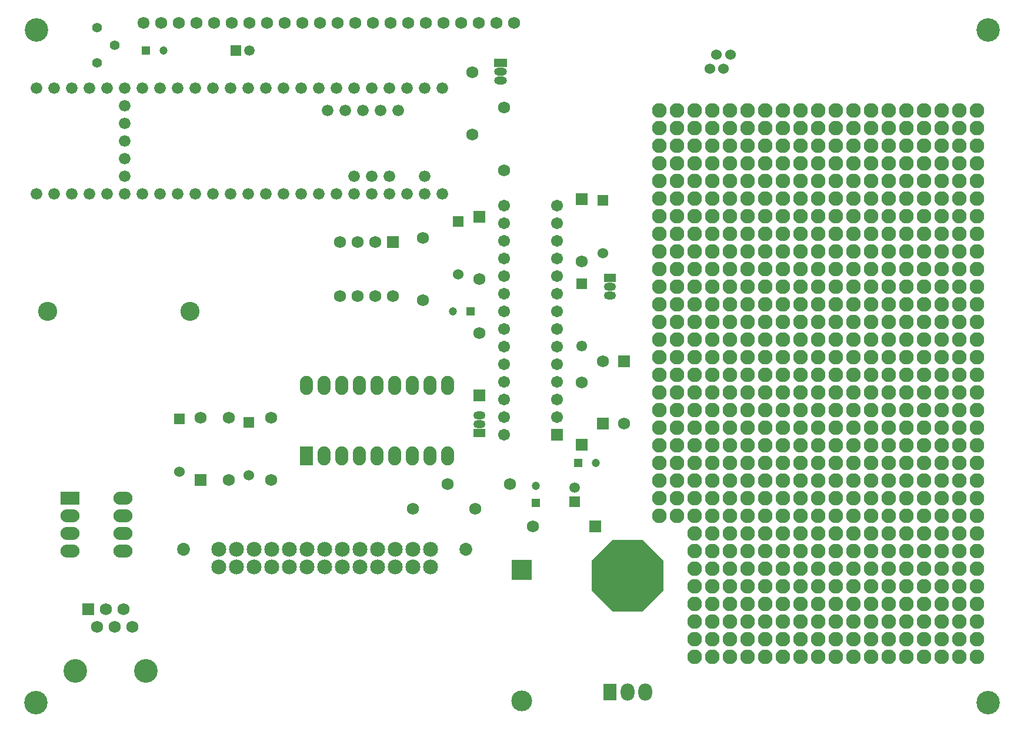
<source format=gbs>
G04*
G04 #@! TF.GenerationSoftware,Altium Limited,Altium Designer,21.6.1 (37)*
G04*
G04 Layer_Color=16711935*
%FSAX24Y24*%
%MOIN*%
G70*
G04*
G04 #@! TF.SameCoordinates,F5C88182-2F8C-44A9-A90F-F64FCCDA4292*
G04*
G04*
G04 #@! TF.FilePolarity,Negative*
G04*
G01*
G75*
%ADD22C,0.0848*%
%ADD23C,0.0730*%
%ADD24C,0.0660*%
%ADD25O,0.0674X0.0680*%
%ADD26C,0.0680*%
%ADD27C,0.1080*%
%ADD28C,0.0556*%
%ADD29C,0.0600*%
%ADD30R,0.0780X0.0980*%
%ADD31O,0.0780X0.0980*%
%ADD32C,0.0671*%
%ADD33R,0.0671X0.0671*%
%ADD34R,0.0680X0.0680*%
%ADD35C,0.1340*%
%ADD36R,0.0680X0.0680*%
%ADD37O,0.0730X0.1080*%
%ADD38R,0.0730X0.1080*%
%ADD39O,0.1080X0.0730*%
%ADD40R,0.1080X0.0730*%
%ADD41R,0.1182X0.1182*%
%ADD42C,0.1182*%
%ADD43C,0.0592*%
%ADD44R,0.0592X0.0592*%
%ADD45C,0.0472*%
%ADD46R,0.0472X0.0472*%
%ADD47R,0.0600X0.0600*%
%ADD48R,0.0680X0.0460*%
%ADD49O,0.0680X0.0460*%
%ADD50C,0.0830*%
%ADD51O,0.0730X0.0460*%
%ADD52R,0.0730X0.0460*%
%ADD53R,0.0611X0.0611*%
%ADD54C,0.0611*%
%ADD55R,0.0472X0.0472*%
%ADD56R,0.0592X0.0592*%
%ADD57P,0.4416X8X22.5*%
%ADD58C,0.1330*%
G54D22*
X015050Y013100D02*
D03*
X016050D02*
D03*
X018050D02*
D03*
X019050D02*
D03*
X020050D02*
D03*
X021050D02*
D03*
X022050D02*
D03*
X023050D02*
D03*
X024050D02*
D03*
X025050D02*
D03*
X026050D02*
D03*
X027050D02*
D03*
X015050Y012100D02*
D03*
X016050D02*
D03*
X017050D02*
D03*
X018050D02*
D03*
X019050D02*
D03*
X020050D02*
D03*
X021050D02*
D03*
X022050D02*
D03*
X023050D02*
D03*
X024050D02*
D03*
X025050D02*
D03*
X026050D02*
D03*
X027050D02*
D03*
X017050Y013100D02*
D03*
G54D23*
X013050D02*
D03*
X029050D02*
D03*
G54D24*
X021200Y038000D02*
D03*
X022200D02*
D03*
X023200D02*
D03*
X024200D02*
D03*
X025200D02*
D03*
X022700Y034250D02*
D03*
X023700D02*
D03*
X024700D02*
D03*
X026700D02*
D03*
X009700D02*
D03*
Y037250D02*
D03*
Y035250D02*
D03*
Y036250D02*
D03*
Y038250D02*
D03*
X012700Y033250D02*
D03*
X011700D02*
D03*
X010700D02*
D03*
X009700D02*
D03*
X008700D02*
D03*
X007700D02*
D03*
X006700D02*
D03*
X005700D02*
D03*
X004700D02*
D03*
Y039250D02*
D03*
X005700D02*
D03*
X006700D02*
D03*
X007700D02*
D03*
X008700D02*
D03*
X009700D02*
D03*
X010700D02*
D03*
X011700D02*
D03*
X012700D02*
D03*
X013700Y033250D02*
D03*
Y039250D02*
D03*
X027700Y033250D02*
D03*
Y039250D02*
D03*
X026700Y033250D02*
D03*
X025700D02*
D03*
X026700Y039250D02*
D03*
X024700Y033250D02*
D03*
X023700D02*
D03*
X022700D02*
D03*
X021700D02*
D03*
X020700D02*
D03*
X019700D02*
D03*
X018700D02*
D03*
X017700D02*
D03*
X016700D02*
D03*
X015700D02*
D03*
X014700D02*
D03*
Y039250D02*
D03*
X015700D02*
D03*
X016700D02*
D03*
X017700D02*
D03*
X018700D02*
D03*
X019700D02*
D03*
X020700D02*
D03*
X021700D02*
D03*
X022700D02*
D03*
X023700D02*
D03*
X024700D02*
D03*
X025700D02*
D03*
G54D25*
X010787Y042945D02*
D03*
G54D26*
X011787D02*
D03*
X012787D02*
D03*
X013787D02*
D03*
X014787D02*
D03*
X015787D02*
D03*
X016787D02*
D03*
X017787D02*
D03*
X018787D02*
D03*
X019787D02*
D03*
X020787D02*
D03*
X021787D02*
D03*
X022787D02*
D03*
X023787D02*
D03*
X024787D02*
D03*
X025787D02*
D03*
X026787D02*
D03*
X027787D02*
D03*
X028787D02*
D03*
X029787D02*
D03*
X030787D02*
D03*
X031787D02*
D03*
X024900Y027463D02*
D03*
X023900D02*
D03*
X022900D02*
D03*
X021900D02*
D03*
Y030537D02*
D03*
X022900D02*
D03*
X023900D02*
D03*
X010150Y008700D02*
D03*
X009650Y009700D02*
D03*
X008150Y008700D02*
D03*
X008650Y009700D02*
D03*
X009150Y008700D02*
D03*
X029400Y036628D02*
D03*
Y040172D02*
D03*
X035600Y029428D02*
D03*
X029800Y025372D02*
D03*
X014000Y020572D02*
D03*
X038000Y020228D02*
D03*
X036800Y023772D02*
D03*
X035600Y022572D02*
D03*
X032828Y014400D02*
D03*
X029800Y028428D02*
D03*
X015600Y020572D02*
D03*
Y017028D02*
D03*
X018000D02*
D03*
Y020572D02*
D03*
X026600Y027228D02*
D03*
Y030772D02*
D03*
X031200Y038143D02*
D03*
Y034600D02*
D03*
X026028Y015400D02*
D03*
X029572D02*
D03*
X028000Y016800D02*
D03*
X031543D02*
D03*
G54D27*
X005329Y026600D02*
D03*
X013400D02*
D03*
G54D28*
X008150Y042700D02*
D03*
X009150Y041700D02*
D03*
X008150Y040700D02*
D03*
G54D29*
X044040Y041150D02*
D03*
X043650Y040360D02*
D03*
X043250Y041150D02*
D03*
X042860Y040360D02*
D03*
X036800Y029899D02*
D03*
X016743Y017299D02*
D03*
X012800Y017499D02*
D03*
X028600Y028699D02*
D03*
G54D30*
X037200Y005000D02*
D03*
G54D31*
X038200D02*
D03*
X039200D02*
D03*
G54D32*
X031200Y032600D02*
D03*
Y031600D02*
D03*
Y030600D02*
D03*
Y029600D02*
D03*
Y028600D02*
D03*
Y027600D02*
D03*
Y026600D02*
D03*
Y025600D02*
D03*
Y024600D02*
D03*
Y023600D02*
D03*
Y022600D02*
D03*
Y021600D02*
D03*
Y020600D02*
D03*
Y019600D02*
D03*
X034200Y032600D02*
D03*
Y031600D02*
D03*
Y030600D02*
D03*
Y029600D02*
D03*
Y028600D02*
D03*
Y027600D02*
D03*
Y026600D02*
D03*
Y025600D02*
D03*
Y024600D02*
D03*
Y023600D02*
D03*
Y022600D02*
D03*
Y021600D02*
D03*
Y020600D02*
D03*
G54D33*
Y019600D02*
D03*
G54D34*
X024900Y030537D02*
D03*
X035600Y032972D02*
D03*
X029800Y021828D02*
D03*
X014000Y017028D02*
D03*
X038000Y023772D02*
D03*
X036800Y020228D02*
D03*
X035600Y019028D02*
D03*
X029800Y031972D02*
D03*
G54D35*
X006900Y006200D02*
D03*
X010900D02*
D03*
G54D36*
X007650Y009700D02*
D03*
X036372Y014400D02*
D03*
G54D37*
X028000Y022400D02*
D03*
X027000D02*
D03*
X026000D02*
D03*
X025000D02*
D03*
X024000D02*
D03*
X023000D02*
D03*
X022000D02*
D03*
X021000D02*
D03*
X020000D02*
D03*
X028000Y018400D02*
D03*
X027000D02*
D03*
X026000D02*
D03*
X025000D02*
D03*
X024000D02*
D03*
X023000D02*
D03*
X022000D02*
D03*
X021000D02*
D03*
G54D38*
X020000D02*
D03*
G54D39*
X009600Y013000D02*
D03*
Y014000D02*
D03*
Y015000D02*
D03*
Y016000D02*
D03*
X006600Y013000D02*
D03*
Y014000D02*
D03*
Y015000D02*
D03*
G54D40*
Y016000D02*
D03*
G54D41*
X032200Y011909D02*
D03*
G54D42*
Y004491D02*
D03*
G54D43*
X016787Y041400D02*
D03*
X035200Y016594D02*
D03*
G54D44*
X016000Y041400D02*
D03*
G54D45*
X028308Y026600D02*
D03*
X033000Y016692D02*
D03*
X011892Y041400D02*
D03*
X036400Y018000D02*
D03*
G54D46*
X029292Y026600D02*
D03*
X010908Y041400D02*
D03*
X035416Y018000D02*
D03*
G54D47*
X036800Y032901D02*
D03*
X016743Y020301D02*
D03*
X012800Y020501D02*
D03*
X028600Y031701D02*
D03*
G54D48*
X029800Y019700D02*
D03*
X037200Y028500D02*
D03*
G54D49*
X029800Y020200D02*
D03*
Y020700D02*
D03*
X037200Y027500D02*
D03*
Y028000D02*
D03*
G54D50*
X040000Y015000D02*
D03*
Y016000D02*
D03*
Y017000D02*
D03*
Y018000D02*
D03*
Y038000D02*
D03*
Y037000D02*
D03*
Y036000D02*
D03*
Y035000D02*
D03*
Y034000D02*
D03*
Y029000D02*
D03*
Y030000D02*
D03*
Y031000D02*
D03*
Y032000D02*
D03*
Y033000D02*
D03*
Y023000D02*
D03*
Y022000D02*
D03*
Y021000D02*
D03*
Y020000D02*
D03*
Y019000D02*
D03*
Y024000D02*
D03*
Y025000D02*
D03*
Y026000D02*
D03*
Y027000D02*
D03*
Y028000D02*
D03*
X053000Y014000D02*
D03*
X054000D02*
D03*
X055000D02*
D03*
X056000D02*
D03*
X057000D02*
D03*
Y013000D02*
D03*
X056000D02*
D03*
X055000D02*
D03*
X054000D02*
D03*
X053000D02*
D03*
X057000Y012000D02*
D03*
X056000D02*
D03*
X055000D02*
D03*
X054000D02*
D03*
X053000D02*
D03*
X057000Y011000D02*
D03*
X056000D02*
D03*
X055000D02*
D03*
X054000D02*
D03*
X053000D02*
D03*
X057000Y010000D02*
D03*
X056000D02*
D03*
X055000D02*
D03*
X054000D02*
D03*
X053000D02*
D03*
X048000Y014000D02*
D03*
X049000D02*
D03*
X050000D02*
D03*
X051000D02*
D03*
X052000D02*
D03*
Y013000D02*
D03*
X051000D02*
D03*
X050000D02*
D03*
X049000D02*
D03*
X048000D02*
D03*
X052000Y012000D02*
D03*
X051000D02*
D03*
X050000D02*
D03*
X049000D02*
D03*
X048000D02*
D03*
X052000Y011000D02*
D03*
X051000D02*
D03*
X050000D02*
D03*
X049000D02*
D03*
X048000D02*
D03*
X052000Y010000D02*
D03*
X051000D02*
D03*
X050000D02*
D03*
X049000D02*
D03*
X048000D02*
D03*
X043000Y014000D02*
D03*
X044000D02*
D03*
X045000D02*
D03*
X046000D02*
D03*
X047000D02*
D03*
Y013000D02*
D03*
X046000D02*
D03*
X045000D02*
D03*
X044000D02*
D03*
X043000D02*
D03*
X047000Y012000D02*
D03*
X046000D02*
D03*
X045000D02*
D03*
X044000D02*
D03*
X043000D02*
D03*
X047000Y011000D02*
D03*
X046000D02*
D03*
X045000D02*
D03*
X044000D02*
D03*
X043000D02*
D03*
X047000Y010000D02*
D03*
X046000D02*
D03*
X045000D02*
D03*
X044000D02*
D03*
X043000D02*
D03*
X042000D02*
D03*
Y011000D02*
D03*
Y012000D02*
D03*
Y013000D02*
D03*
Y014000D02*
D03*
Y009000D02*
D03*
Y008000D02*
D03*
Y007000D02*
D03*
X043000D02*
D03*
X044000D02*
D03*
X045000D02*
D03*
X046000D02*
D03*
X047000D02*
D03*
X043000Y008000D02*
D03*
X044000D02*
D03*
X045000D02*
D03*
X046000D02*
D03*
X047000D02*
D03*
X043000Y009000D02*
D03*
X044000D02*
D03*
X045000D02*
D03*
X046000D02*
D03*
X047000D02*
D03*
X048000Y007000D02*
D03*
X049000D02*
D03*
X050000D02*
D03*
X051000D02*
D03*
X052000D02*
D03*
X048000Y008000D02*
D03*
X049000D02*
D03*
X050000D02*
D03*
X051000D02*
D03*
X052000D02*
D03*
X048000Y009000D02*
D03*
X049000D02*
D03*
X050000D02*
D03*
X051000D02*
D03*
X052000D02*
D03*
X053000Y007000D02*
D03*
X054000D02*
D03*
X055000D02*
D03*
X056000D02*
D03*
X057000D02*
D03*
X053000Y008000D02*
D03*
X054000D02*
D03*
X055000D02*
D03*
X056000D02*
D03*
X057000D02*
D03*
X053000Y009000D02*
D03*
X054000D02*
D03*
X055000D02*
D03*
X056000D02*
D03*
X057000D02*
D03*
X058000Y007000D02*
D03*
Y008000D02*
D03*
Y009000D02*
D03*
Y014000D02*
D03*
Y013000D02*
D03*
Y012000D02*
D03*
Y011000D02*
D03*
Y010000D02*
D03*
Y028000D02*
D03*
Y027000D02*
D03*
Y026000D02*
D03*
Y025000D02*
D03*
Y024000D02*
D03*
Y019000D02*
D03*
Y020000D02*
D03*
Y021000D02*
D03*
Y022000D02*
D03*
Y023000D02*
D03*
Y033000D02*
D03*
Y032000D02*
D03*
Y031000D02*
D03*
Y030000D02*
D03*
Y029000D02*
D03*
Y034000D02*
D03*
Y035000D02*
D03*
Y036000D02*
D03*
Y037000D02*
D03*
Y038000D02*
D03*
Y018000D02*
D03*
Y017000D02*
D03*
Y016000D02*
D03*
Y015000D02*
D03*
X057000Y018000D02*
D03*
X056000D02*
D03*
X055000D02*
D03*
X054000D02*
D03*
X053000D02*
D03*
X057000Y017000D02*
D03*
X056000D02*
D03*
X055000D02*
D03*
X054000D02*
D03*
X053000D02*
D03*
X057000Y016000D02*
D03*
X056000D02*
D03*
X055000D02*
D03*
X054000D02*
D03*
X053000D02*
D03*
X057000Y015000D02*
D03*
X056000D02*
D03*
X055000D02*
D03*
X054000D02*
D03*
X053000D02*
D03*
X052000Y018000D02*
D03*
X051000D02*
D03*
X050000D02*
D03*
X049000D02*
D03*
X048000D02*
D03*
X052000Y017000D02*
D03*
X051000D02*
D03*
X050000D02*
D03*
X049000D02*
D03*
X048000D02*
D03*
X052000Y016000D02*
D03*
X051000D02*
D03*
X050000D02*
D03*
X049000D02*
D03*
X048000D02*
D03*
X052000Y015000D02*
D03*
X051000D02*
D03*
X050000D02*
D03*
X049000D02*
D03*
X048000D02*
D03*
X047000Y018000D02*
D03*
X046000D02*
D03*
X045000D02*
D03*
X044000D02*
D03*
X043000D02*
D03*
X047000Y017000D02*
D03*
X046000D02*
D03*
X045000D02*
D03*
X044000D02*
D03*
X043000D02*
D03*
X047000Y016000D02*
D03*
X046000D02*
D03*
X045000D02*
D03*
X044000D02*
D03*
X043000D02*
D03*
X047000Y015000D02*
D03*
X046000D02*
D03*
X045000D02*
D03*
X044000D02*
D03*
X043000D02*
D03*
X041000D02*
D03*
X042000D02*
D03*
X041000Y016000D02*
D03*
X042000D02*
D03*
X041000Y017000D02*
D03*
X042000D02*
D03*
X041000Y018000D02*
D03*
X042000D02*
D03*
X041000Y038000D02*
D03*
X042000D02*
D03*
Y037000D02*
D03*
X041000D02*
D03*
X042000Y036000D02*
D03*
X041000D02*
D03*
X042000Y035000D02*
D03*
X041000D02*
D03*
X042000Y034000D02*
D03*
X041000D02*
D03*
Y029000D02*
D03*
X042000D02*
D03*
X041000Y030000D02*
D03*
X042000D02*
D03*
X041000Y031000D02*
D03*
X042000D02*
D03*
X041000Y032000D02*
D03*
X042000D02*
D03*
Y033000D02*
D03*
X041000D02*
D03*
Y023000D02*
D03*
X042000D02*
D03*
Y022000D02*
D03*
X041000D02*
D03*
X042000Y021000D02*
D03*
X041000D02*
D03*
X042000Y020000D02*
D03*
X041000D02*
D03*
X042000Y019000D02*
D03*
X041000D02*
D03*
Y024000D02*
D03*
X042000D02*
D03*
X041000Y025000D02*
D03*
X042000D02*
D03*
X041000Y026000D02*
D03*
X042000D02*
D03*
X041000Y027000D02*
D03*
X042000D02*
D03*
Y028000D02*
D03*
X041000D02*
D03*
X057000Y027000D02*
D03*
X043000Y028000D02*
D03*
X044000D02*
D03*
X045000D02*
D03*
X046000D02*
D03*
X047000D02*
D03*
Y027000D02*
D03*
X046000D02*
D03*
X045000D02*
D03*
X044000D02*
D03*
X043000D02*
D03*
X047000Y026000D02*
D03*
X046000D02*
D03*
X045000D02*
D03*
X044000D02*
D03*
X043000D02*
D03*
X047000Y025000D02*
D03*
X046000D02*
D03*
X045000D02*
D03*
X044000D02*
D03*
X043000D02*
D03*
X047000Y024000D02*
D03*
X046000D02*
D03*
X045000D02*
D03*
X044000D02*
D03*
X043000D02*
D03*
X048000D02*
D03*
X049000D02*
D03*
X050000D02*
D03*
X051000D02*
D03*
X052000D02*
D03*
X048000Y025000D02*
D03*
X049000D02*
D03*
X050000D02*
D03*
X051000D02*
D03*
X052000D02*
D03*
X048000Y026000D02*
D03*
X049000D02*
D03*
X050000D02*
D03*
X051000D02*
D03*
X052000D02*
D03*
X048000Y027000D02*
D03*
X049000D02*
D03*
X050000D02*
D03*
X051000D02*
D03*
X052000D02*
D03*
Y028000D02*
D03*
X051000D02*
D03*
X050000D02*
D03*
X049000D02*
D03*
X048000D02*
D03*
X043000Y019000D02*
D03*
X044000D02*
D03*
X045000D02*
D03*
X046000D02*
D03*
X047000D02*
D03*
X043000Y020000D02*
D03*
X044000D02*
D03*
X045000D02*
D03*
X046000D02*
D03*
X047000D02*
D03*
X043000Y021000D02*
D03*
X044000D02*
D03*
X045000D02*
D03*
X046000D02*
D03*
X047000D02*
D03*
X043000Y022000D02*
D03*
X044000D02*
D03*
X045000D02*
D03*
X046000D02*
D03*
X047000D02*
D03*
Y023000D02*
D03*
X046000D02*
D03*
X045000D02*
D03*
X044000D02*
D03*
X043000D02*
D03*
X048000Y019000D02*
D03*
X049000D02*
D03*
X050000D02*
D03*
X051000D02*
D03*
X052000D02*
D03*
X048000Y020000D02*
D03*
X049000D02*
D03*
X050000D02*
D03*
X051000D02*
D03*
X052000D02*
D03*
X048000Y021000D02*
D03*
X049000D02*
D03*
X050000D02*
D03*
X051000D02*
D03*
X052000D02*
D03*
X048000Y022000D02*
D03*
X049000D02*
D03*
X050000D02*
D03*
X051000D02*
D03*
X052000D02*
D03*
Y023000D02*
D03*
X051000D02*
D03*
X050000D02*
D03*
X049000D02*
D03*
X048000D02*
D03*
X053000Y024000D02*
D03*
X054000D02*
D03*
X055000D02*
D03*
X056000D02*
D03*
X057000D02*
D03*
X053000Y025000D02*
D03*
X054000D02*
D03*
X055000D02*
D03*
X056000D02*
D03*
X057000D02*
D03*
X053000Y026000D02*
D03*
X054000D02*
D03*
X055000D02*
D03*
X056000D02*
D03*
X057000D02*
D03*
X053000Y027000D02*
D03*
X054000D02*
D03*
X055000D02*
D03*
X056000D02*
D03*
X057000Y028000D02*
D03*
X056000D02*
D03*
X055000D02*
D03*
X054000D02*
D03*
X053000D02*
D03*
Y019000D02*
D03*
X054000D02*
D03*
X055000D02*
D03*
X056000D02*
D03*
X057000D02*
D03*
X053000Y020000D02*
D03*
X054000D02*
D03*
X055000D02*
D03*
X056000D02*
D03*
X057000D02*
D03*
X053000Y021000D02*
D03*
X054000D02*
D03*
X055000D02*
D03*
X056000D02*
D03*
X057000D02*
D03*
X053000Y022000D02*
D03*
X054000D02*
D03*
X055000D02*
D03*
X056000D02*
D03*
X057000D02*
D03*
Y023000D02*
D03*
X056000D02*
D03*
X055000D02*
D03*
X054000D02*
D03*
X053000D02*
D03*
Y033000D02*
D03*
X054000D02*
D03*
X055000D02*
D03*
X056000D02*
D03*
X057000D02*
D03*
Y032000D02*
D03*
X056000D02*
D03*
X055000D02*
D03*
X054000D02*
D03*
X053000D02*
D03*
X057000Y031000D02*
D03*
X056000D02*
D03*
X055000D02*
D03*
X054000D02*
D03*
X053000D02*
D03*
X057000Y030000D02*
D03*
X056000D02*
D03*
X055000D02*
D03*
X054000D02*
D03*
X053000D02*
D03*
X057000Y029000D02*
D03*
X056000D02*
D03*
X055000D02*
D03*
X054000D02*
D03*
X053000D02*
D03*
Y038000D02*
D03*
X054000D02*
D03*
X055000D02*
D03*
X056000D02*
D03*
X057000D02*
D03*
Y037000D02*
D03*
X056000D02*
D03*
X055000D02*
D03*
X054000D02*
D03*
X053000D02*
D03*
X057000Y036000D02*
D03*
X056000D02*
D03*
X055000D02*
D03*
X054000D02*
D03*
X053000D02*
D03*
X057000Y035000D02*
D03*
X056000D02*
D03*
X055000D02*
D03*
X054000D02*
D03*
X053000D02*
D03*
X057000Y034000D02*
D03*
X056000D02*
D03*
X055000D02*
D03*
X054000D02*
D03*
X053000D02*
D03*
X048000Y033000D02*
D03*
X049000D02*
D03*
X050000D02*
D03*
X051000D02*
D03*
X052000D02*
D03*
Y032000D02*
D03*
X051000D02*
D03*
X050000D02*
D03*
X049000D02*
D03*
X048000D02*
D03*
X052000Y031000D02*
D03*
X051000D02*
D03*
X050000D02*
D03*
X049000D02*
D03*
X048000D02*
D03*
X052000Y030000D02*
D03*
X051000D02*
D03*
X050000D02*
D03*
X049000D02*
D03*
X048000D02*
D03*
X052000Y029000D02*
D03*
X051000D02*
D03*
X050000D02*
D03*
X049000D02*
D03*
X048000D02*
D03*
X043000Y033000D02*
D03*
X044000D02*
D03*
X045000D02*
D03*
X046000D02*
D03*
X047000D02*
D03*
Y032000D02*
D03*
X046000D02*
D03*
X045000D02*
D03*
X044000D02*
D03*
X043000D02*
D03*
X047000Y031000D02*
D03*
X046000D02*
D03*
X045000D02*
D03*
X044000D02*
D03*
X043000D02*
D03*
X047000Y030000D02*
D03*
X046000D02*
D03*
X045000D02*
D03*
X044000D02*
D03*
X043000D02*
D03*
X047000Y029000D02*
D03*
X046000D02*
D03*
X045000D02*
D03*
X044000D02*
D03*
X043000D02*
D03*
X048000Y038000D02*
D03*
X049000D02*
D03*
X050000D02*
D03*
X051000D02*
D03*
X052000D02*
D03*
Y037000D02*
D03*
X051000D02*
D03*
X050000D02*
D03*
X049000D02*
D03*
X048000D02*
D03*
X052000Y036000D02*
D03*
X051000D02*
D03*
X050000D02*
D03*
X049000D02*
D03*
X048000D02*
D03*
X052000Y035000D02*
D03*
X051000D02*
D03*
X050000D02*
D03*
X049000D02*
D03*
X048000D02*
D03*
X052000Y034000D02*
D03*
X051000D02*
D03*
X050000D02*
D03*
X049000D02*
D03*
X048000D02*
D03*
X043000D02*
D03*
X044000D02*
D03*
X045000D02*
D03*
X046000D02*
D03*
X047000D02*
D03*
X043000Y035000D02*
D03*
X044000D02*
D03*
X045000D02*
D03*
X046000D02*
D03*
X047000D02*
D03*
X043000Y036000D02*
D03*
X044000D02*
D03*
X045000D02*
D03*
X046000D02*
D03*
X047000D02*
D03*
X043000Y037000D02*
D03*
X044000D02*
D03*
X045000D02*
D03*
X046000D02*
D03*
X047000D02*
D03*
Y038000D02*
D03*
X046000D02*
D03*
X045000D02*
D03*
X044000D02*
D03*
X043000D02*
D03*
G54D51*
X031000Y039700D02*
D03*
Y040200D02*
D03*
G54D52*
Y040700D02*
D03*
G54D53*
X035600Y028172D02*
D03*
G54D54*
Y024628D02*
D03*
G54D55*
X033000Y015708D02*
D03*
G54D56*
X035200Y015806D02*
D03*
G54D57*
X038200Y011600D02*
D03*
G54D58*
X058622Y042567D02*
D03*
X004700Y042550D02*
D03*
X004685Y004378D02*
D03*
X058622D02*
D03*
M02*

</source>
